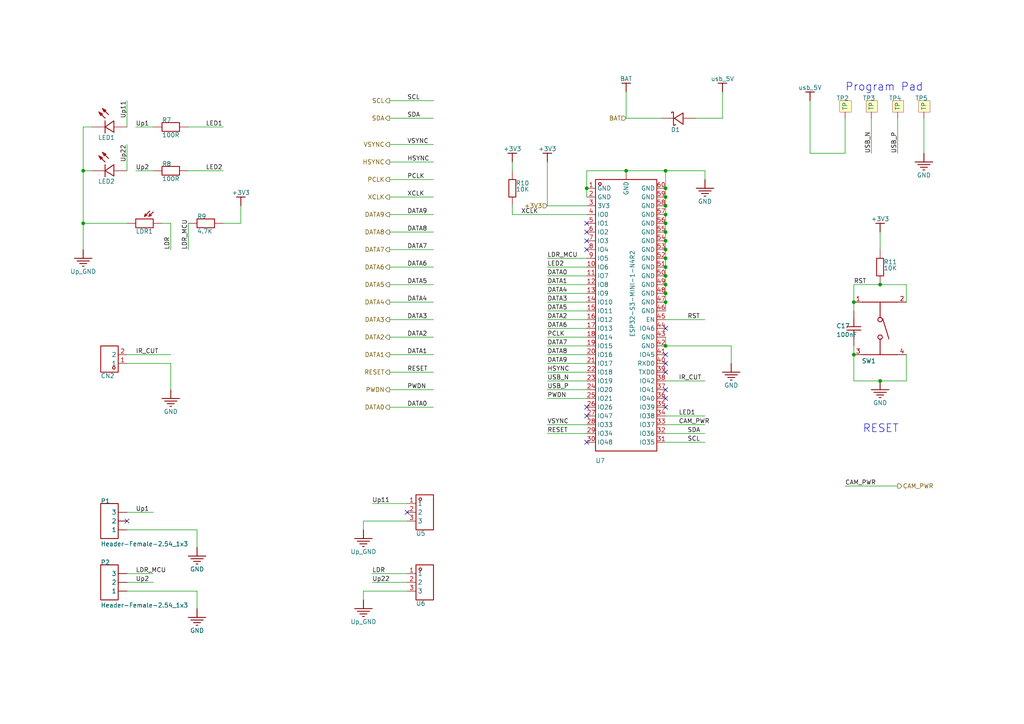
<source format=kicad_sch>
(kicad_sch (version 20231120) (generator "eeschema") (generator_version "8.0")
  (paper "A4")
  (lib_symbols
    (symbol "SoC-altium-import:+3V3_BAR" (power)
      (property "Reference" "#PWR" (at 0 0 0))
      (property "Value" "+3V3" (at 0 3.81 0))
      (symbol "+3V3_BAR_0_0"
        (pin power_in line (at 0 0 0) (length 0) hide (name "+3V3") (number ""))
      )
    )
    (symbol "SoC-altium-import:BAT_BAR" (power)
      (property "Reference" "#PWR" (at 0 0 0))
      (property "Value" "BAT" (at 0 3.81 0))
      (symbol "BAT_BAR_0_0"
        (pin power_in line (at 0 0 0) (length 0) hide (name "BAT") (number ""))
      )
    )
    (symbol "SoC-altium-import:GND_POWER_GROUND" (power)
      (property "Reference" "#PWR" (at 0 0 0))
      (property "Value" "GND" (at 0 6.35 0))
      (symbol "GND_POWER_GROUND_0_0"
        (pin power_in line (at 0 0 0) (length 0) hide (name "GND") (number ""))
      )
    )
    (symbol "SoC-altium-import:Up_GND_POWER_GROUND" (power)
      (property "Reference" "#PWR" (at 0 0 0))
      (property "Value" "Up_GND" (at 0 6.35 0))
      (symbol "Up_GND_POWER_GROUND_0_0"
        (pin power_in line (at 0 0 0) (length 0) hide (name "Up_GND") (number ""))
      )
    )
    (symbol "SoC-altium-import:root_0_100R 402"
      (symbol "root_0_100R 402_1_0"
        (pin passive line (at -5.08 0 0) (length 2.54) (name "1") (number "1"))
        (pin passive line (at 5.08 0 180) (length 2.54) (name "2") (number "2"))
      )
    )
    (symbol "SoC-altium-import:root_0_100nF SMD Ceramic 201"
      (symbol "root_0_100nF SMD Ceramic 201_1_0"
        (pin passive line (at 0 -5.08 90) (length 2.54) (name "1") (number "1"))
        (pin passive line (at 0 5.08 270) (length 2.54) (name "2") (number "2"))
      )
    )
    (symbol "SoC-altium-import:root_0_3P MH 2.54mm"
      (symbol "root_0_3P MH 2.54mm_1_0"
        (pin passive line (at -5.08 2.54 0) (length 2.54) (name "1") (number "1"))
        (pin passive line (at -5.08 0 0) (length 2.54) (name "2") (number "2"))
        (pin passive line (at -5.08 -2.54 0) (length 2.54) (name "3") (number "3"))
      )
    )
    (symbol "SoC-altium-import:root_0_ESP32-S3-MINI-1-N4R2"
      (symbol "root_0_ESP32-S3-MINI-1-N4R2_1_0"
        (pin passive line (at -11.43 35.56 0) (length 2.54) (name "GND") (number "1"))
        (pin passive line (at -11.43 12.7 0) (length 2.54) (name "IO6") (number "10"))
        (pin passive line (at -11.43 10.16 0) (length 2.54) (name "IO7") (number "11"))
        (pin passive line (at -11.43 7.62 0) (length 2.54) (name "IO8") (number "12"))
        (pin passive line (at -11.43 5.08 0) (length 2.54) (name "IO9") (number "13"))
        (pin passive line (at -11.43 2.54 0) (length 2.54) (name "IO10") (number "14"))
        (pin passive line (at -11.43 0 0) (length 2.54) (name "IO11") (number "15"))
        (pin passive line (at -11.43 -2.54 0) (length 2.54) (name "IO12") (number "16"))
        (pin passive line (at -11.43 -5.08 0) (length 2.54) (name "IO13") (number "17"))
        (pin passive line (at -11.43 -7.62 0) (length 2.54) (name "IO14") (number "18"))
        (pin passive line (at -11.43 -10.16 0) (length 2.54) (name "IO15") (number "19"))
        (pin passive line (at -11.43 33.02 0) (length 2.54) (name "GND") (number "2"))
        (pin passive line (at -11.43 -12.7 0) (length 2.54) (name "IO16") (number "20"))
        (pin passive line (at -11.43 -15.24 0) (length 2.54) (name "IO17") (number "21"))
        (pin passive line (at -11.43 -17.78 0) (length 2.54) (name "IO18") (number "22"))
        (pin passive line (at -11.43 -20.32 0) (length 2.54) (name "IO19") (number "23"))
        (pin passive line (at -11.43 -22.86 0) (length 2.54) (name "IO20") (number "24"))
        (pin passive line (at -11.43 -25.4 0) (length 2.54) (name "IO21") (number "25"))
        (pin passive line (at -11.43 -27.94 0) (length 2.54) (name "IO26") (number "26"))
        (pin passive line (at -11.43 -30.48 0) (length 2.54) (name "IO47") (number "27"))
        (pin passive line (at -11.43 -33.02 0) (length 2.54) (name "IO33") (number "28"))
        (pin passive line (at -11.43 -35.56 0) (length 2.54) (name "IO34") (number "29"))
        (pin passive line (at -11.43 30.48 0) (length 2.54) (name "3V3") (number "3"))
        (pin passive line (at -11.43 -38.1 0) (length 2.54) (name "IO48") (number "30"))
        (pin passive line (at 11.43 -38.1 180) (length 2.54) (name "IO35") (number "31"))
        (pin passive line (at 11.43 -35.56 180) (length 2.54) (name "IO36") (number "32"))
        (pin passive line (at 11.43 -33.02 180) (length 2.54) (name "IO37") (number "33"))
        (pin passive line (at 11.43 -30.48 180) (length 2.54) (name "IO38") (number "34"))
        (pin passive line (at 11.43 -27.94 180) (length 2.54) (name "IO39") (number "35"))
        (pin passive line (at 11.43 -25.4 180) (length 2.54) (name "IO40") (number "36"))
        (pin passive line (at 11.43 -22.86 180) (length 2.54) (name "IO41") (number "37"))
        (pin passive line (at 11.43 -20.32 180) (length 2.54) (name "IO42") (number "38"))
        (pin passive line (at 11.43 -17.78 180) (length 2.54) (name "TXD0") (number "39"))
        (pin passive line (at -11.43 27.94 0) (length 2.54) (name "IO0") (number "4"))
        (pin passive line (at 11.43 -15.24 180) (length 2.54) (name "RXD0") (number "40"))
        (pin passive line (at 11.43 -12.7 180) (length 2.54) (name "IO45") (number "41"))
        (pin passive line (at 11.43 -10.16 180) (length 2.54) (name "GND") (number "42"))
        (pin passive line (at 11.43 -7.62 180) (length 2.54) (name "GND") (number "43"))
        (pin passive line (at 11.43 -5.08 180) (length 2.54) (name "IO46") (number "44"))
        (pin passive line (at 11.43 -2.54 180) (length 2.54) (name "EN") (number "45"))
        (pin passive line (at 11.43 0 180) (length 2.54) (name "GND") (number "46"))
        (pin passive line (at 11.43 2.54 180) (length 2.54) (name "GND") (number "47"))
        (pin passive line (at 11.43 5.08 180) (length 2.54) (name "GND") (number "48"))
        (pin passive line (at 11.43 7.62 180) (length 2.54) (name "GND") (number "49"))
        (pin passive line (at -11.43 25.4 0) (length 2.54) (name "IO1") (number "5"))
        (pin passive line (at 11.43 10.16 180) (length 2.54) (name "GND") (number "50"))
        (pin passive line (at 11.43 12.7 180) (length 2.54) (name "GND") (number "51"))
        (pin passive line (at 11.43 15.24 180) (length 2.54) (name "GND") (number "52"))
        (pin passive line (at 11.43 17.78 180) (length 2.54) (name "GND") (number "53"))
        (pin passive line (at 11.43 20.32 180) (length 2.54) (name "GND") (number "54"))
        (pin passive line (at 11.43 22.86 180) (length 2.54) (name "GND") (number "55"))
        (pin passive line (at 11.43 25.4 180) (length 2.54) (name "GND") (number "56"))
        (pin passive line (at 11.43 27.94 180) (length 2.54) (name "GND") (number "57"))
        (pin passive line (at 11.43 30.48 180) (length 2.54) (name "GND") (number "58"))
        (pin passive line (at 11.43 33.02 180) (length 2.54) (name "GND") (number "59"))
        (pin passive line (at -11.43 22.86 0) (length 2.54) (name "IO2") (number "6"))
        (pin passive line (at 11.43 35.56 180) (length 2.54) (name "GND") (number "60"))
        (pin passive line (at -11.43 20.32 0) (length 2.54) (name "IO3") (number "7"))
        (pin passive line (at -11.43 17.78 0) (length 2.54) (name "IO4") (number "8"))
        (pin passive line (at -11.43 15.24 0) (length 2.54) (name "IO5") (number "9"))
        (pin passive line (at 0 40.64 270) (length 2.54) (name "GND") (number "GND"))
      )
    )
    (symbol "SoC-altium-import:root_0_LDR"
      (symbol "root_0_LDR_1_0"
        (pin passive line (at -5.08 0 0) (length 2.54) (name "1") (number "1"))
        (pin passive line (at 5.08 0 180) (length 2.54) (name "2") (number "2"))
      )
    )
    (symbol "SoC-altium-import:root_0_LED SMD"
      (symbol "root_0_LED SMD_1_0"
        (pin passive line (at -5.08 -2.54 0) (length 3.81) (name "C") (number "1"))
        (pin passive line (at 5.08 -2.54 180) (length 3.81) (name "A") (number "2"))
      )
    )
    (symbol "SoC-altium-import:root_0_Push Button 4P"
      (symbol "root_0_Push Button 4P_1_0"
        (pin passive line (at -8.89 8.89 0) (length 2.54) (name "1") (number "1"))
        (pin passive line (at 6.35 8.89 180) (length 2.54) (name "2") (number "2"))
        (pin passive line (at -8.89 -6.35 0) (length 2.54) (name "3") (number "3"))
        (pin passive line (at 6.35 -6.35 180) (length 2.54) (name "4") (number "4"))
      )
    )
    (symbol "SoC-altium-import:root_0_Schottky Diode"
      (symbol "root_0_Schottky Diode_1_0"
        (pin passive line (at -5.08 0 0) (length 3.81) (name "K") (number "1"))
        (pin passive line (at 5.08 0 180) (length 3.81) (name "A") (number "2"))
      )
    )
    (symbol "SoC-altium-import:root_0_TEST POINT"
      (symbol "root_0_TEST POINT_1_0"
        (pin passive line (at 2.54 -1.778 90) (length 1.778) (name "TP") (number "1"))
      )
    )
    (symbol "SoC-altium-import:root_1_10K SMD Ceramic 201"
      (symbol "root_1_10K SMD Ceramic 201_1_0"
        (pin passive line (at 0 -5.08 90) (length 2.54) (name "1") (number "1"))
        (pin passive line (at 0 5.08 270) (length 2.54) (name "2") (number "2"))
      )
    )
    (symbol "SoC-altium-import:root_2_2P Connector 1.5mm"
      (symbol "root_2_2P Connector 1.5mm_1_0"
        (pin passive line (at 5.08 -1.27 180) (length 2.54) (name "1") (number "1"))
        (pin passive line (at 5.08 1.27 180) (length 2.54) (name "2") (number "2"))
      )
    )
    (symbol "SoC-altium-import:root_2_4K7 SMD 201"
      (symbol "root_2_4K7 SMD 201_1_0"
        (pin passive line (at 5.08 0 180) (length 2.54) (name "1") (number "1"))
        (pin passive line (at -5.08 0 0) (length 2.54) (name "2") (number "2"))
      )
    )
    (symbol "SoC-altium-import:root_2_Header-Female-2.54_1x3"
      (symbol "root_2_Header-Female-2.54_1x3_1_0"
        (pin passive line (at 3.81 -2.54 180) (length 2.54) (name "1") (number "1"))
        (pin passive line (at 3.81 0 180) (length 2.54) (name "2") (number "2"))
        (pin passive line (at 3.81 2.54 180) (length 2.54) (name "3") (number "3"))
      )
    )
    (symbol "SoC-altium-import:usb_5V_BAR" (power)
      (property "Reference" "#PWR" (at 0 0 0))
      (property "Value" "usb_5V" (at 0 3.81 0))
      (symbol "usb_5V_BAR_0_0"
        (pin power_in line (at 0 0 0) (length 0) hide (name "usb_5V") (number ""))
      )
    )
  )
  (junction (at 193.04 59.69))
  (junction (at 193.04 69.85))
  (junction (at 24.13 64.77))
  (junction (at 193.04 77.47))
  (junction (at 181.61 49.53))
  (junction (at 193.04 54.61))
  (junction (at 193.04 57.15))
  (junction (at 255.27 82.55))
  (junction (at 193.04 87.63))
  (junction (at 193.04 74.93))
  (junction (at 193.04 49.53))
  (junction (at 193.04 72.39))
  (junction (at 24.13 49.53))
  (junction (at 255.27 110.49))
  (junction (at 193.04 80.01))
  (junction (at 193.04 85.09))
  (junction (at 193.04 82.55))
  (junction (at 193.04 100.33))
  (junction (at 170.18 54.61))
  (junction (at 193.04 64.77))
  (junction (at 193.04 67.31))
  (junction (at 193.04 62.23))
  (junction (at 247.65 102.87))
  (junction (at 247.65 87.63))
  (no_connect (at 170.18 118.11))
  (no_connect (at 118.11 148.59))
  (no_connect (at 193.04 105.41))
  (no_connect (at 170.18 72.39))
  (no_connect (at 193.04 95.25))
  (no_connect (at 193.04 115.57))
  (no_connect (at 170.18 69.85))
  (no_connect (at 193.04 107.95))
  (no_connect (at 170.18 128.27))
  (no_connect (at 193.04 113.03))
  (no_connect (at 36.83 151.13))
  (no_connect (at 170.18 64.77))
  (no_connect (at 193.04 118.11))
  (no_connect (at 170.18 67.31))
  (no_connect (at 193.04 102.87))
  (no_connect (at 170.18 120.65))
  (wire (pts (xy 193.04 72.39) (xy 193.04 69.85)))
  (wire (pts (xy 170.18 125.73) (xy 158.75 125.73)))
  (wire (pts (xy 193.04 49.53) (xy 204.47 49.53)))
  (wire (pts (xy 193.04 80.01) (xy 193.04 77.47)))
  (wire (pts (xy 247.65 110.49) (xy 255.27 110.49)))
  (wire (pts (xy 170.18 95.25) (xy 158.75 95.25)))
  (wire (pts (xy 170.18 107.95) (xy 158.75 107.95)))
  (wire (pts (xy 170.18 100.33) (xy 158.75 100.33)))
  (wire (pts (xy 113.03 102.87) (xy 125.73 102.87)))
  (wire (pts (xy 252.73 34.29) (xy 252.73 44.45)))
  (wire (pts (xy 212.09 100.33) (xy 212.09 105.41)))
  (wire (pts (xy 113.03 29.21) (xy 125.73 29.21)))
  (wire (pts (xy 107.95 168.91) (xy 118.11 168.91)))
  (wire (pts (xy 36.83 36.83) (xy 36.83 29.21)))
  (wire (pts (xy 36.83 64.77) (xy 24.13 64.77)))
  (wire (pts (xy 193.04 64.77) (xy 193.04 62.23)))
  (wire (pts (xy 36.83 166.37) (xy 44.45 166.37)))
  (wire (pts (xy 113.03 107.95) (xy 125.73 107.95)))
  (wire (pts (xy 105.41 151.13) (xy 105.41 153.67)))
  (wire (pts (xy 113.03 57.15) (xy 125.73 57.15)))
  (wire (pts (xy 36.83 168.91) (xy 44.45 168.91)))
  (wire (pts (xy 148.59 62.23) (xy 148.59 59.69)))
  (wire (pts (xy 170.18 80.01) (xy 158.75 80.01)))
  (wire (pts (xy 44.45 36.83) (xy 39.37 36.83)))
  (wire (pts (xy 49.53 64.77) (xy 49.53 72.39)))
  (wire (pts (xy 118.11 151.13) (xy 105.41 151.13)))
  (wire (pts (xy 170.18 105.41) (xy 158.75 105.41)))
  (wire (pts (xy 36.83 148.59) (xy 44.45 148.59)))
  (wire (pts (xy 113.03 77.47) (xy 125.73 77.47)))
  (wire (pts (xy 193.04 59.69) (xy 193.04 57.15)))
  (wire (pts (xy 148.59 49.53) (xy 148.59 46.99)))
  (wire (pts (xy 262.89 102.87) (xy 262.89 110.49)))
  (wire (pts (xy 170.18 77.47) (xy 158.75 77.47)))
  (wire (pts (xy 49.53 105.41) (xy 49.53 113.03)))
  (wire (pts (xy 113.03 87.63) (xy 125.73 87.63)))
  (wire (pts (xy 170.18 97.79) (xy 158.75 97.79)))
  (wire (pts (xy 36.83 102.87) (xy 49.53 102.87)))
  (wire (pts (xy 113.03 97.79) (xy 125.73 97.79)))
  (wire (pts (xy 105.41 171.45) (xy 105.41 173.99)))
  (wire (pts (xy 113.03 34.29) (xy 125.73 34.29)))
  (wire (pts (xy 170.18 62.23) (xy 148.59 62.23)))
  (wire (pts (xy 36.83 171.45) (xy 57.15 171.45)))
  (wire (pts (xy 170.18 110.49) (xy 158.75 110.49)))
  (wire (pts (xy 191.77 34.29) (xy 181.61 34.29)))
  (wire (pts (xy 204.47 49.53) (xy 204.47 52.07)))
  (wire (pts (xy 193.04 128.27) (xy 204.47 128.27)))
  (wire (pts (xy 193.04 90.17) (xy 193.04 87.63)))
  (wire (pts (xy 193.04 67.31) (xy 193.04 64.77)))
  (wire (pts (xy 247.65 82.55) (xy 247.65 87.63)))
  (wire (pts (xy 262.89 82.55) (xy 262.89 87.63)))
  (wire (pts (xy 262.89 110.49) (xy 255.27 110.49)))
  (wire (pts (xy 193.04 82.55) (xy 193.04 80.01)))
  (wire (pts (xy 113.03 72.39) (xy 125.73 72.39)))
  (wire (pts (xy 24.13 64.77) (xy 24.13 49.53)))
  (wire (pts (xy 170.18 113.03) (xy 158.75 113.03)))
  (wire (pts (xy 113.03 52.07) (xy 125.73 52.07)))
  (wire (pts (xy 170.18 59.69) (xy 158.75 59.69)))
  (wire (pts (xy 36.83 153.67) (xy 57.15 153.67)))
  (wire (pts (xy 113.03 82.55) (xy 125.73 82.55)))
  (wire (pts (xy 247.65 102.87) (xy 247.65 110.49)))
  (wire (pts (xy 118.11 171.45) (xy 105.41 171.45)))
  (wire (pts (xy 170.18 92.71) (xy 158.75 92.71)))
  (wire (pts (xy 267.97 34.29) (xy 267.97 44.45)))
  (wire (pts (xy 193.04 62.23) (xy 193.04 59.69)))
  (wire (pts (xy 113.03 41.91) (xy 125.73 41.91)))
  (wire (pts (xy 170.18 90.17) (xy 158.75 90.17)))
  (wire (pts (xy 170.18 82.55) (xy 158.75 82.55)))
  (wire (pts (xy 54.61 36.83) (xy 64.77 36.83)))
  (wire (pts (xy 247.65 87.63) (xy 247.65 90.17)))
  (wire (pts (xy 193.04 57.15) (xy 193.04 54.61)))
  (wire (pts (xy 181.61 49.53) (xy 193.04 49.53)))
  (wire (pts (xy 113.03 113.03) (xy 125.73 113.03)))
  (wire (pts (xy 260.35 140.97) (xy 245.11 140.97)))
  (wire (pts (xy 26.67 36.83) (xy 24.13 36.83)))
  (wire (pts (xy 113.03 118.11) (xy 125.73 118.11)))
  (wire (pts (xy 234.95 44.45) (xy 234.95 29.21)))
  (wire (pts (xy 193.04 87.63) (xy 193.04 85.09)))
  (wire (pts (xy 193.04 123.19) (xy 204.47 123.19)))
  (wire (pts (xy 255.27 72.39) (xy 255.27 67.31)))
  (wire (pts (xy 107.95 166.37) (xy 118.11 166.37)))
  (wire (pts (xy 255.27 82.55) (xy 262.89 82.55)))
  (wire (pts (xy 255.27 82.55) (xy 247.65 82.55)))
  (wire (pts (xy 158.75 59.69) (xy 158.75 46.99)))
  (wire (pts (xy 24.13 64.77) (xy 24.13 72.39)))
  (wire (pts (xy 107.95 146.05) (xy 118.11 146.05)))
  (wire (pts (xy 36.83 105.41) (xy 49.53 105.41)))
  (wire (pts (xy 64.77 64.77) (xy 69.85 64.77)))
  (wire (pts (xy 170.18 123.19) (xy 158.75 123.19)))
  (wire (pts (xy 170.18 85.09) (xy 158.75 85.09)))
  (wire (pts (xy 54.61 64.77) (xy 54.61 72.39)))
  (wire (pts (xy 193.04 69.85) (xy 193.04 67.31)))
  (wire (pts (xy 113.03 46.99) (xy 125.73 46.99)))
  (wire (pts (xy 36.83 49.53) (xy 36.83 41.91)))
  (wire (pts (xy 193.04 92.71) (xy 204.47 92.71)))
  (wire (pts (xy 181.61 34.29) (xy 181.61 26.67)))
  (wire (pts (xy 193.04 85.09) (xy 193.04 82.55)))
  (wire (pts (xy 24.13 36.83) (xy 24.13 49.53)))
  (wire (pts (xy 113.03 92.71) (xy 125.73 92.71)))
  (wire (pts (xy 193.04 100.33) (xy 212.09 100.33)))
  (wire (pts (xy 209.55 34.29) (xy 209.55 26.67)))
  (wire (pts (xy 193.04 49.53) (xy 193.04 54.61)))
  (wire (pts (xy 201.93 34.29) (xy 209.55 34.29)))
  (wire (pts (xy 57.15 153.67) (xy 57.15 158.75)))
  (wire (pts (xy 54.61 49.53) (xy 64.77 49.53)))
  (wire (pts (xy 193.04 74.93) (xy 193.04 72.39)))
  (wire (pts (xy 113.03 62.23) (xy 125.73 62.23)))
  (wire (pts (xy 193.04 100.33) (xy 193.04 97.79)))
  (wire (pts (xy 57.15 171.45) (xy 57.15 176.53)))
  (wire (pts (xy 170.18 87.63) (xy 158.75 87.63)))
  (wire (pts (xy 69.85 64.77) (xy 69.85 59.69)))
  (wire (pts (xy 260.35 34.29) (xy 260.35 44.45)))
  (wire (pts (xy 245.11 34.29) (xy 245.11 44.45)))
  (wire (pts (xy 193.04 77.47) (xy 193.04 74.93)))
  (wire (pts (xy 170.18 74.93) (xy 158.75 74.93)))
  (wire (pts (xy 193.04 125.73) (xy 204.47 125.73)))
  (wire (pts (xy 46.99 64.77) (xy 49.53 64.77)))
  (wire (pts (xy 39.37 49.53) (xy 44.45 49.53)))
  (wire (pts (xy 170.18 102.87) (xy 158.75 102.87)))
  (wire (pts (xy 170.18 115.57) (xy 158.75 115.57)))
  (wire (pts (xy 24.13 49.53) (xy 26.67 49.53)))
  (wire (pts (xy 247.65 100.33) (xy 247.65 102.87)))
  (wire (pts (xy 170.18 49.53) (xy 170.18 54.61)))
  (wire (pts (xy 170.18 57.15) (xy 170.18 54.61)))
  (wire (pts (xy 181.61 49.53) (xy 170.18 49.53)))
  (wire (pts (xy 193.04 120.65) (xy 204.47 120.65)))
  (wire (pts (xy 245.11 44.45) (xy 234.95 44.45)))
  (wire (pts (xy 193.04 110.49) (xy 204.47 110.49)))
  (wire (pts (xy 113.03 67.31) (xy 125.73 67.31)))
  (text "RESET" (at 250.19 125.73 0) (effects (font (size 2.286 2.286)) (justify left bottom)))
  (text "Program Pad" (at 245.11 26.67 0) (effects (font (size 2.286 2.286)) (justify left bottom)))
  (label "SCL" (at 118.11 29.21 0))
  (label "HSYNC" (at 118.11 46.99 0))
  (label "RESET" (at 118.11 107.95 0))
  (label "SDA" (at 118.11 34.29 0))
  (label "XCLK" (at 118.11 57.15 0))
  (label "LDR_MCU" (at 158.75 74.93 0))
  (label "PWDN" (at 118.11 113.03 0))
  (label "DATA2" (at 158.75 92.71 0))
  (label "Up2" (at 39.37 168.91 0))
  (label "DATA9" (at 118.11 62.23 0))
  (label "VSYNC" (at 158.75 123.19 0))
  (label "DATA3" (at 118.11 92.71 0))
  (label "DATA5" (at 118.11 82.55 0))
  (label "DATA4" (at 158.75 85.09 0))
  (label "DATA8" (at 158.75 102.87 0))
  (label "DATA4" (at 118.11 87.63 0))
  (label "XCLK" (at 151.13 62.23 0))
  (label "USB_N" (at 158.75 110.49 0))
  (label "DATA3" (at 158.75 87.63 0))
  (label "RST" (at 247.65 82.55 0))
  (label "VSYNC" (at 118.11 41.91 0))
  (label "Up22" (at 107.95 168.91 0))
  (label "DATA1" (at 118.11 102.87 0))
  (label "USB_P" (at 158.75 113.03 0))
  (label "USB_P" (at 260.35 44.45 90))
  (label "DATA7" (at 118.11 72.39 0))
  (label "DATA8" (at 118.11 67.31 0))
  (label "DATA6" (at 118.11 77.47 0))
  (label "HSYNC" (at 158.75 107.95 0))
  (label "PCLK" (at 158.75 97.79 0))
  (label "CAM_PWR" (at 196.85 123.19 0))
  (label "USB_N" (at 252.73 44.45 90))
  (label "DATA1" (at 158.75 82.55 0))
  (label "CAM_PWR" (at 245.11 140.97 0))
  (label "DATA7" (at 158.75 100.33 0))
  (label "Up1" (at 39.37 36.83 0))
  (label "IR_CUT" (at 196.85 110.49 0))
  (label "RST" (at 199.39 92.71 0))
  (label "DATA9" (at 158.75 105.41 0))
  (label "DATA6" (at 158.75 95.25 0))
  (label "LED1" (at 196.85 120.65 0))
  (label "LDR_MCU" (at 39.37 166.37 0))
  (label "Up11" (at 36.83 34.29 90))
  (label "Up2" (at 39.37 49.53 0))
  (label "LDR_MCU" (at 54.61 72.39 90))
  (label "DATA5" (at 158.75 90.17 0))
  (label "Up1" (at 39.37 148.59 0))
  (label "SDA" (at 199.39 125.73 0))
  (label "IR_CUT" (at 39.37 102.87 0))
  (label "SCL" (at 199.39 128.27 0))
  (label "DATA0" (at 118.11 118.11 0))
  (label "LED2" (at 158.75 77.47 0))
  (label "RESET" (at 158.75 125.73 0))
  (label "LED2" (at 59.69 49.53 0))
  (label "PCLK" (at 118.11 52.07 0))
  (label "PWDN" (at 158.75 115.57 0))
  (label "DATA2" (at 118.11 97.79 0))
  (label "Up11" (at 107.95 146.05 0))
  (label "LDR" (at 49.53 72.39 90))
  (label "LDR" (at 107.95 166.37 0))
  (label "DATA0" (at 158.75 80.01 0))
  (label "Up22" (at 36.83 46.99 90))
  (label "LED1" (at 59.69 36.83 0))
  (hierarchical_label "DATA9" (shape output) (at 113.03 62.23 180))
  (hierarchical_label "DATA5" (shape output) (at 113.03 82.55 180))
  (hierarchical_label "HSYNC" (shape output) (at 113.03 46.99 180))
  (hierarchical_label "DATA3" (shape output) (at 113.03 92.71 180))
  (hierarchical_label "RESET" (shape output) (at 113.03 107.95 180))
  (hierarchical_label "DATA7" (shape output) (at 113.03 72.39 180))
  (hierarchical_label "PWDN" (shape output) (at 113.03 113.03 180))
  (hierarchical_label "DATA6" (shape output) (at 113.03 77.47 180))
  (hierarchical_label "PCLK" (shape output) (at 113.03 52.07 180))
  (hierarchical_label "DATA1" (shape output) (at 113.03 102.87 180))
  (hierarchical_label "DATA2" (shape output) (at 113.03 97.79 180))
  (hierarchical_label "SCL" (shape output) (at 113.03 29.21 180))
  (hierarchical_label "BAT" (shape input) (at 181.61 34.29 180))
  (hierarchical_label "DATA0" (shape output) (at 113.03 118.11 180))
  (hierarchical_label "CAM_PWR" (shape output) (at 260.35 140.97 0))
  (hierarchical_label "SDA" (shape output) (at 113.03 34.29 180))
  (hierarchical_label "DATA8" (shape output) (at 113.03 67.31 180))
  (hierarchical_label "XCLK" (shape output) (at 113.03 57.15 180))
  (hierarchical_label "VSYNC" (shape output) (at 113.03 41.91 180))
  (hierarchical_label "DATA4" (shape output) (at 113.03 87.63 180))
  (hierarchical_label "+3V3" (shape input) (at 158.75 59.69 180))
  (symbol (lib_id "SoC-altium-import:BAT_BAR") (at 181.61 26.67 180) (unit 1)
    (property "Reference" "#PWR048" (effects (hide yes)))
    (property "Value" "BAT" (at 181.61 22.86 0))
  )
  (symbol (lib_id "SoC-altium-import:usb_5V_BAR") (at 234.95 29.21 180) (unit 1)
    (property "Reference" "#PWR052" (effects (hide yes)))
    (property "Value" "usb_5V" (at 234.95 25.4 0))
  )
  (symbol (lib_id "SoC-altium-import:root_0_LDR") (at 41.91 64.77 0) (unit 1)
    (property "Reference" "LDR1" (at 39.37 67.818 0) (effects (justify left bottom)))
    (property "Value" "${MANUFACTURER PART}" (effects (hide yes)))
    (property "Footprint" "LDR" (effects (hide yes)))
    (property "Description" "SMD,2.4x3.6mm Photoresistors ROHS" (effects (hide yes)))
    (property "SYMBOL" "GT36528" (effects (hide yes)))
    (property "DEVICE" "GT36528" (effects (hide yes)))
    (property "LCSC PART NAME" "GT36528" (effects (hide yes)))
    (property "SUPPLIER PART" "C2904881" (effects (hide yes)))
    (property "MANUFACTURER" "JCHL(晶创和立)" (effects (hide yes)))
    (property "MANUFACTURER PART" "GT36528" (effects (hide yes)))
    (property "SUPPLIER FOOTPRINT" "SMD,2.4x3.6mm" (effects (hide yes)))
    (property "JLCPCB PART CLASS" "Extended Part" (effects (hide yes)))
    (property "DATASHEET" "https://atta.szlcsc.com/upload/public/pdf/source/20211014/6AB64DE2EFA295B23F73ED070F69DE44.pdf" (effects (hide yes)))
    (property "SUPPLIER" "LCSC" (effects (hide yes)))
    (property "ADD INTO BOM" "yes" (effects (hide yes)))
    (property "CONVERT TO PCB" "yes" (effects (hide yes)))
  )
  (symbol (lib_id "SoC-altium-import:root_0_TEST POINT") (at 242.57 32.512 0) (unit 1)
    (property "Reference" "TP2" (at 242.57 29.21 0) (effects (justify left bottom)))
    (property "Value" "TEST POINT" (effects (hide yes)))
    (property "Footprint" "TESTPOINT" (effects (hide yes)))
  )
  (symbol (lib_id "SoC-altium-import:usb_5V_BAR") (at 209.55 26.67 180) (unit 1)
    (property "Reference" "#PWR050" (effects (hide yes)))
    (property "Value" "usb_5V" (at 209.55 22.86 0))
  )
  (symbol (lib_id "SoC-altium-import:root_0_3P MH 2.54mm") (at 123.19 148.59 0) (unit 1)
    (property "Reference" "U5" (at 120.65 155.448 0) (effects (justify left bottom)))
    (property "Value" "${MANUFACTURER PART}" (effects (hide yes)))
    (property "Footprint" "3P MH 2.54mm" (effects (hide yes)))
    (property "SYMBOL" "HB-PH3-25413PB2GOP" (effects (hide yes)))
    (property "DEVICE" "HB-PH3-25413PB2GOP" (effects (hide yes)))
    (property "LCSC PART NAME" "间距:2.54mm 1x3P 直插 方针" (effects (hide yes)))
    (property "SUPPLIER PART" "C6332196" (effects (hide yes)))
    (property "MANUFACTURER" "HANBO(汉博)" (effects (hide yes)))
    (property "MANUFACTURER PART" "HB-PH3-25413PB2GOP" (effects (hide yes)))
    (property "SUPPLIER FOOTPRINT" "插件,P=2.54mm" (effects (hide yes)))
    (property "JLCPCB PART CLASS" "Extended Part" (effects (hide yes)))
    (property "DATASHEET" "https://atta.szlcsc.com/upload/public/pdf/source/20230803/F72D259687963761DF1B552F3BB84A31.pdf" (effects (hide yes)))
    (property "SUPPLIER" "LCSC" (effects (hide yes)))
    (property "ADD INTO BOM" "yes" (effects (hide yes)))
    (property "CONVERT TO PCB" "yes" (effects (hide yes)))
    (property "PIN STRUCTURE" "1x3P" (effects (hide yes)))
    (property "PITCH" "2.54mm" (effects (hide yes)))
    (property "ROW SPACING" "2.54mm" (effects (hide yes)))
    (property "CIRCLUAR PINS/SQUARE PINS" "Square Pins" (effects (hide yes)))
    (property "MOUNTING TYPE" "Straight" (effects (hide yes)))
    (property "NUMBER OF ROWS" "Plugin" (effects (hide yes)))
    (property "NUMBER OF PINS" "3P" (effects (hide yes)))
    (property "CURRENT RATING (MAX)" "3A" (effects (hide yes)))
    (property "VOLTAGE RATING (MAX)" "250V" (effects (hide yes)))
    (property "LENGTH OF MATING PIN" "6mm" (effects (hide yes)))
    (property "INSULATION HEIGHT" "2.54mm" (effects (hide yes)))
    (property "LENGTH OF END CONNECTION PIN" "3mm" (effects (hide yes)))
    (property "CONTACT PLATING" "Gold" (effects (hide yes)))
    (property "OPERATING TEMPERATURE RANGE" "-40℃~+105℃" (effects (hide yes)))
    (property "SOLDERING TEMPERATURE(MAX)" "260℃" (effects (hide yes)))
    (property "COLOR" "Black" (effects (hide yes)))
  )
  (symbol (lib_id "SoC-altium-import:root_0_3P MH 2.54mm") (at 123.19 168.91 0) (unit 1)
    (property "Reference" "U6" (at 120.65 175.768 0) (effects (justify left bottom)))
    (property "Value" "${MANUFACTURER PART}" (effects (hide yes)))
    (property "Footprint" "3P MH 2.54mm" (effects (hide yes)))
    (property "SYMBOL" "HB-PH3-25413PB2GOP" (effects (hide yes)))
    (property "DEVICE" "HB-PH3-25413PB2GOP" (effects (hide yes)))
    (property "LCSC PART NAME" "间距:2.54mm 1x3P 直插 方针" (effects (hide yes)))
    (property "SUPPLIER PART" "C6332196" (effects (hide yes)))
    (property "MANUFACTURER" "HANBO(汉博)" (effects (hide yes)))
    (property "MANUFACTURER PART" "HB-PH3-25413PB2GOP" (effects (hide yes)))
    (property "SUPPLIER FOOTPRINT" "插件,P=2.54mm" (effects (hide yes)))
    (property "JLCPCB PART CLASS" "Extended Part" (effects (hide yes)))
    (property "DATASHEET" "https://atta.szlcsc.com/upload/public/pdf/source/20230803/F72D259687963761DF1B552F3BB84A31.pdf" (effects (hide yes)))
    (property "SUPPLIER" "LCSC" (effects (hide yes)))
    (property "ADD INTO BOM" "yes" (effects (hide yes)))
    (property "CONVERT TO PCB" "yes" (effects (hide yes)))
    (property "PIN STRUCTURE" "1x3P" (effects (hide yes)))
    (property "PITCH" "2.54mm" (effects (hide yes)))
    (property "ROW SPACING" "2.54mm" (effects (hide yes)))
    (property "CIRCLUAR PINS/SQUARE PINS" "Square Pins" (effects (hide yes)))
    (property "MOUNTING TYPE" "Straight" (effects (hide yes)))
    (property "NUMBER OF ROWS" "Plugin" (effects (hide yes)))
    (property "NUMBER OF PINS" "3P" (effects (hide yes)))
    (property "CURRENT RATING (MAX)" "3A" (effects (hide yes)))
    (property "VOLTAGE RATING (MAX)" "250V" (effects (hide yes)))
    (property "LENGTH OF MATING PIN" "6mm" (effects (hide yes)))
    (property "INSULATION HEIGHT" "2.54mm" (effects (hide yes)))
    (property "LENGTH OF END CONNECTION PIN" "3mm" (effects (hide yes)))
    (property "CONTACT PLATING" "Gold" (effects (hide yes)))
    (property "OPERATING TEMPERATURE RANGE" "-40℃~+105℃" (effects (hide yes)))
    (property "SOLDERING TEMPERATURE(MAX)" "260℃" (effects (hide yes)))
    (property "COLOR" "Black" (effects (hide yes)))
  )
  (symbol (lib_id "SoC-altium-import:GND_POWER_GROUND") (at 267.97 44.45 0) (unit 1)
    (property "Reference" "#PWR055" (effects (hide yes)))
    (property "Value" "GND" (at 267.97 50.8 0))
  )
  (symbol (lib_id "SoC-altium-import:Up_GND_POWER_GROUND") (at 24.13 72.39 0) (unit 1)
    (property "Reference" "#PWR039" (effects (hide yes)))
    (property "Value" "Up_GND" (at 24.13 78.74 0))
  )
  (symbol (lib_id "SoC-altium-import:GND_POWER_GROUND") (at 212.09 105.41 0) (unit 1)
    (property "Reference" "#PWR051" (effects (hide yes)))
    (property "Value" "GND" (at 212.09 111.76 0))
  )
  (symbol (lib_id "SoC-altium-import:root_0_100R 402") (at 49.53 49.53 0) (unit 1)
    (property "Reference" "R8" (at 46.99 48.26 0) (effects (justify left bottom)))
    (property "Value" "100R" (at 46.99 52.578 0) (effects (justify left bottom)))
    (property "Footprint" "100R 402" (effects (hide yes)))
    (property "Description" "100mW Thick Film Resistors ±100ppm/℃ ±1% 100Ω 0402 Chip Resistor - Surface Mount ROHS" (effects (hide yes)))
    (property "SYMBOL" "ERJ2RKF1000X" (effects (hide yes)))
    (property "DEVICE" "ERJ2RKF1000X" (effects (hide yes)))
    (property "LCSC PART NAME" "100Ω ±1% 100mW 厚膜电阻" (effects (hide yes)))
    (property "SUPPLIER PART" "C413063" (effects (hide yes)))
    (property "MANUFACTURER" "PANASONIC(松下)" (effects (hide yes)))
    (property "MANUFACTURER PART" "ERJ2RKF1000X" (effects (hide yes)))
    (property "SUPPLIER FOOTPRINT" "0402" (effects (hide yes)))
    (property "JLCPCB PART CLASS" "Extended Part" (effects (hide yes)))
    (property "DATASHEET" "https://atta.szlcsc.com/upload/public/pdf/source/20190820/C413063_95D61CC78C57CA6EC5636452389D6E3B.pdf" (effects (hide yes)))
    (property "SUPPLIER" "LCSC" (effects (hide yes)))
    (property "ADD INTO BOM" "yes" (effects (hide yes)))
    (property "CONVERT TO PCB" "yes" (effects (hide yes)))
    (property "TYPE" "Thick Film Resistors" (effects (hide yes)))
    (property "ALTIUM_VALUE" "100Ω" (effects (hide yes)))
    (property "TOLERANCE" "±1%" (effects (hide yes)))
    (property "OVERLOAD VOLTAGE (MAX)" "-" (effects (hide yes)))
    (property "TEMPERATURE COEFFICIENT" "±100ppm/℃" (effects (hide yes)))
    (property "OPERATING TEMPERATURE RANGE" "-55℃~+155℃" (effects (hide yes)))
  )
  (symbol (lib_id "SoC-altium-import:Up_GND_POWER_GROUND") (at 105.41 173.99 0) (unit 1)
    (property "Reference" "#PWR045" (effects (hide yes)))
    (property "Value" "Up_GND" (at 105.41 180.34 0))
  )
  (symbol (lib_id "SoC-altium-import:root_0_ESP32-S3-MINI-1-N4R2") (at 181.61 90.17 0) (unit 1)
    (property "Reference" "U7" (at 172.72 134.366 0) (effects (justify left bottom)))
    (property "Value" "ESP32-S3-MINI-1-N4R2" (at 184.15 97.79 90) (effects (justify left bottom)))
    (property "Footprint" "RF_Module:ESP32-S2-MINI-1" (effects (hide yes)))
    (property "SYMBOL" "ESP32-S3-MINI-1-N4R2" (effects (hide yes)))
    (property "DEVICE" "ESP32-S3-MINI-1-N4R2" (effects (hide yes)))
    (property "LCSC PART NAME" "ESP32-S3-MINI-1-N4R2" (effects (hide yes)))
    (property "SUPPLIER PART" "C3013941" (effects (hide yes)))
    (property "MANUFACTURER" "ESPRESSIF(乐鑫)" (effects (hide yes)))
    (property "MANUFACTURER PART" "ESP32-S3-MINI-1-N4R2" (effects (hide yes)))
    (property "SUPPLIER FOOTPRINT" "SMD" (effects (hide yes)))
    (property "JLCPCB PART CLASS" "Extended Part" (effects (hide yes)))
    (property "SUPPLIER" "LCSC" (effects (hide yes)))
    (property "ADD INTO BOM" "yes" (effects (hide yes)))
    (property "CONVERT TO PCB" "yes" (effects (hide yes)))
    (property "ANTENNA TYPE" "板载PCBAntenna" (effects (hide yes)))
  )
  (symbol (lib_id "SoC-altium-import:root_2_Header-Female-2.54_1x3") (at 33.02 168.91 0) (unit 1)
    (property "Reference" "P2" (at 29.21 163.83 0) (effects (justify left bottom)))
    (property "Value" "Header-Female-2.54_1x3" (at 29.21 176.276 0) (effects (justify left bottom)))
    (property "Footprint" "3P FH 2.54mm" (effects (hide yes)))
    (property "SUPPLIER PART" "C146243" (effects (hide yes)))
    (property "SUPPLIER" "LCSC" (effects (hide yes)))
    (property "MANUFACTURER" "BOOMELE(博穆精密)" (effects (hide yes)))
    (property "MANUFACTURER PART" "2.54-1*3P母" (effects (hide yes)))
    (property "JLCPCB PART CLASS" "Extended Part" (effects (hide yes)))
    (property "SPICEPRE" "P" (effects (hide yes)))
    (property "SPICESYMBOLNAME" "Header-Female-2.54_1x3" (effects (hide yes)))
  )
  (symbol (lib_id "SoC-altium-import:GND_POWER_GROUND") (at 204.47 52.07 0) (unit 1)
    (property "Reference" "#PWR049" (effects (hide yes)))
    (property "Value" "GND" (at 204.47 58.42 0))
  )
  (symbol (lib_id "SoC-altium-import:root_0_TEST POINT") (at 257.81 32.512 0) (unit 1)
    (property "Reference" "TP4" (at 257.81 29.21 0) (effects (justify left bottom)))
    (property "Value" "TEST POINT" (effects (hide yes)))
    (property "Footprint" "TESTPOINT" (effects (hide yes)))
  )
  (symbol (lib_id "SoC-altium-import:root_0_TEST POINT") (at 250.19 32.512 0) (unit 1)
    (property "Reference" "TP3" (at 250.19 29.21 0) (effects (justify left bottom)))
    (property "Value" "TEST POINT" (effects (hide yes)))
    (property "Footprint" "TESTPOINT" (effects (hide yes)))
  )
  (symbol (lib_id "SoC-altium-import:root_1_10K SMD Ceramic 201") (at 255.27 77.47 0) (unit 1)
    (property "Reference" "R11" (at 256.286 76.708 0) (effects (justify left bottom)))
    (property "Value" "10K" (at 256.286 78.486 0) (effects (justify left bottom)))
    (property "Footprint" "10K SMD Ceramic 201" (effects (hide yes)))
    (property "Description" "50mW Thick Film Resistors 25V ±1% ±200ppm/℃ 10kΩ 0201 Chip Resistor - Surface Mount ROHS" (effects (hide yes)))
    (property "SYMBOL" "AF0201FR-0710KL" (effects (hide yes)))
    (property "DEVICE" "AF0201FR-0710KL" (effects (hide yes)))
    (property "LCSC PART NAME" "厚膜电阻 10kΩ ±1% 50mW" (effects (hide yes)))
    (property "SUPPLIER PART" "C143978" (effects (hide yes)))
    (property "MANUFACTURER" "YAGEO(国巨)" (effects (hide yes)))
    (property "MANUFACTURER PART" "AF0201FR-0710KL" (effects (hide yes)))
    (property "SUPPLIER FOOTPRINT" "0201" (effects (hide yes)))
    (property "JLCPCB PART CLASS" "Extended Part" (effects (hide yes)))
    (property "DATASHEET" "https://atta.szlcsc.com/upload/public/pdf/source/20180927/C229861_4ABDC471507C1ED6AFB4BA66AFC8620A.pdf" (effects (hide yes)))
    (property "SUPPLIER" "LCSC" (effects (hide yes)))
    (property "ADD INTO BOM" "yes" (effects (hide yes)))
    (property "CONVERT TO PCB" "yes" (effects (hide yes)))
    (property "TYPE" "Thick Film Resistors" (effects (hide yes)))
    (property "ALTIUM_VALUE" "10kΩ" (effects (hide yes)))
    (property "TOLERANCE" "±1%" (effects (hide yes)))
    (property "TEMPERATURE COEFFICIENT" "±200ppm/℃" (effects (hide yes)))
    (property "OPERATING TEMPERATURE RANGE" "-55℃~+125℃" (effects (hide yes)))
  )
  (symbol (lib_id "SoC-altium-import:GND_POWER_GROUND") (at 57.15 158.75 0) (unit 1)
    (property "Reference" "#PWR041" (effects (hide yes)))
    (property "Value" "GND" (at 57.15 165.1 0))
  )
  (symbol (lib_id "SoC-altium-import:root_0_Push Button 4P") (at 256.54 96.52 0) (unit 1)
    (property "Reference" "SW1" (at 249.936 105.41 0) (effects (justify left bottom)))
    (property "Value" "${MANUFACTURER PART}" (effects (hide yes)))
    (property "Footprint" "Push Button 4P" (effects (hide yes)))
    (property "Description" "6mm 5.5mm Round Button 25mA Direct Insert 6mm SPST 100000 Times 1.6N 24V Plugin Tactile Switches ROHS" (effects (hide yes)))
    (property "SYMBOL" "TS-1102-5516" (effects (hide yes)))
    (property "DEVICE" "TS-1102-5516" (effects (hide yes)))
    (property "LCSC PART NAME" "6*6*5.5mm 直插 轻触开关" (effects (hide yes)))
    (property "SUPPLIER PART" "C183624" (effects (hide yes)))
    (property "MANUFACTURER" "SOFNG(硕方)" (effects (hide yes)))
    (property "MANUFACTURER PART" "TS-1102-5516" (effects (hide yes)))
    (property "SUPPLIER FOOTPRINT" "插件" (effects (hide yes)))
    (property "JLCPCB PART CLASS" "Extended Part" (effects (hide yes)))
    (property "DATASHEET" "https://atta.szlcsc.com/upload/public/pdf/source/20200911/C111374_C70AFD1A656F1EADE52E4A6E5D3FC819.pdf" (effects (hide yes)))
    (property "SUPPLIER" "LCSC" (effects (hide yes)))
    (property "ADD INTO BOM" "yes" (effects (hide yes)))
    (property "CONVERT TO PCB" "yes" (effects (hide yes)))
    (property "CIRCUIT" "SPST" (effects (hide yes)))
    (property "ACTUATOR STYLE" "Round Button" (effects (hide yes)))
    (property "OPERATING FORCE" "1.6N" (effects (hide yes)))
    (property "MOUNTING STYLE" "Straight" (effects (hide yes)))
    (property "SWITCH LENGTH" "6mm" (effects (hide yes)))
    (property "SWITCH WIDTH" "6mm" (effects (hide yes)))
    (property "SWITCH HEIGHT" "5.5mm" (effects (hide yes)))
    (property "CONTACT CURRENT" "25mA" (effects (hide yes)))
    (property "VOLTAGE RATING (DC)" "24V" (effects (hide yes)))
    (property "ACTUATOR/CAP COLOR" "Black" (effects (hide yes)))
    (property "WITH LAMP" "-" (effects (hide yes)))
    (property "MECHANICAL LIFE" "100000次" (effects (hide yes)))
    (property "OPERATING TEMPERATURE" "-40℃~+85℃" (effects (hide yes)))
  )
  (symbol (lib_id "SoC-altium-import:+3V3_BAR") (at 255.27 67.31 180) (unit 1)
    (property "Reference" "#PWR053" (effects (hide yes)))
    (property "Value" "+3V3" (at 255.27 63.5 0))
  )
  (symbol (lib_id "SoC-altium-import:root_0_Schottky Diode") (at 196.85 34.29 0) (unit 1)
    (property "Reference" "D1" (at 194.564 38.354 0) (effects (justify left bottom)))
    (property "Value" "${MANUFACTURER PART}" (effects (hide yes)))
    (property "Footprint" "Schottky Diode" (effects (hide yes)))
    (property "Description" "20V 300mV@1A 1A SOD-123FL Schottky Diodes ROHS" (effects (hide yes)))
    (property "SYMBOL" "MBR120VLSFT1G" (effects (hide yes)))
    (property "DEVICE" "MBR120VLSFT1G" (effects (hide yes)))
    (property "LCSC PART NAME" "电压:20V 电流:1A" (effects (hide yes)))
    (property "SUPPLIER PART" "C223608" (effects (hide yes)))
    (property "MANUFACTURER" "onsemi(安森美)" (effects (hide yes)))
    (property "MANUFACTURER PART" "MBR120VLSFT1G" (effects (hide yes)))
    (property "SUPPLIER FOOTPRINT" "SOD-123FL" (effects (hide yes)))
    (property "JLCPCB PART CLASS" "Extended Part" (effects (hide yes)))
    (property "DATASHEET" "https://atta.szlcsc.com/upload/public/pdf/source/20221020/29D26ECD33A75D76A8E47ED9553F3BCF.pdf" (effects (hide yes)))
    (property "SUPPLIER" "LCSC" (effects (hide yes)))
    (property "ADD INTO BOM" "yes" (effects (hide yes)))
    (property "CONVERT TO PCB" "yes" (effects (hide yes)))
    (property "FORWARD VOLTAGE (VF@IF)" "300mV@1A" (effects (hide yes)))
    (property "REVERSE VOLTAGE (VR)" "20V" (effects (hide yes)))
    (property "AVERAGE RECTIFIED CURRENT (IO)" "1A" (effects (hide yes)))
    (property "REVERSE LEAKAGE CURRENT (IR)" "600uA@20V" (effects (hide yes)))
  )
  (symbol (lib_id "SoC-altium-import:root_0_LED SMD") (at 31.75 46.99 0) (unit 1)
    (property "Reference" "LED2" (at 28.448 53.34 0) (effects (justify left bottom)))
    (property "Value" "${MANUFACTURER PART}" (effects (hide yes)))
    (property "Footprint" "LED SMD" (effects (hide yes)))
    (property "SYMBOL" "XYC-IRC18C-24" (effects (hide yes)))
    (property "DEVICE" "XYC-IRC18C-24" (effects (hide yes)))
    (property "LCSC PART NAME" "XYC-IRC18C-24" (effects (hide yes)))
    (property "SUPPLIER PART" "C2988733" (effects (hide yes)))
    (property "MANUFACTURER" "NEWOPTO(鑫永诚光电)" (effects (hide yes)))
    (property "MANUFACTURER PART" "XYC-IRC18C-24" (effects (hide yes)))
    (property "SUPPLIER FOOTPRINT" "SMD3030" (effects (hide yes)))
    (property "JLCPCB PART CLASS" "Extended Part" (effects (hide yes)))
    (property "DATASHEET" "https://atta.szlcsc.com/upload/public/pdf/source/20220415/AF6ACF3234B7CCBAD1FA94129DBDDB73.pdf" (effects (hide yes)))
    (property "SUPPLIER" "LCSC" (effects (hide yes)))
    (property "ADD INTO BOM" "yes" (effects (hide yes)))
    (property "CONVERT TO PCB" "yes" (effects (hide yes)))
    (property "VF - FORWARD VOLTAGE" "1.4V~1.8V" (effects (hide yes)))
    (property "POWER DISSIPATION" "900mW" (effects (hide yes)))
    (property "WAVELENGTH" "940nm" (effects (hide yes)))
    (property "CURRENT - DC FORWARD (IF)" "500mA" (effects (hide yes)))
    (property "REVERSE VOLTAGE" "5V" (effects (hide yes)))
    (property "VIEW ANGLE" "120°" (effects (hide yes)))
    (property "OPERATING TEMPERATURE" "-40℃~+85℃" (effects (hide yes)))
  )
  (symbol (lib_id "SoC-altium-import:root_0_LED SMD") (at 31.75 34.29 0) (unit 1)
    (property "Reference" "LED1" (at 28.448 40.64 0) (effects (justify left bottom)))
    (property "Value" "${MANUFACTURER PART}" (effects (hide yes)))
    (property "Footprint" "LED SMD" (effects (hide yes)))
    (property "SYMBOL" "XYC-IRC18C-24" (effects (hide yes)))
    (property "DEVICE" "XYC-IRC18C-24" (effects (hide yes)))
    (property "LCSC PART NAME" "XYC-IRC18C-24" (effects (hide yes)))
    (property "SUPPLIER PART" "C2988733" (effects (hide yes)))
    (property "MANUFACTURER" "NEWOPTO(鑫永诚光电)" (effects (hide yes)))
    (property "MANUFACTURER PART" "XYC-IRC18C-24" (effects (hide yes)))
    (property "SUPPLIER FOOTPRINT" "SMD3030" (effects (hide yes)))
    (property "JLCPCB PART CLASS" "Extended Part" (effects (hide yes)))
    (property "DATASHEET" "https://atta.szlcsc.com/upload/public/pdf/source/20220415/AF6ACF3234B7CCBAD1FA94129DBDDB73.pdf" (effects (hide yes)))
    (property "SUPPLIER" "LCSC" (effects (hide yes)))
    (property "ADD INTO BOM" "yes" (effects (hide yes)))
    (property "CONVERT TO PCB" "yes" (effects (hide yes)))
    (property "VF - FORWARD VOLTAGE" "1.4V~1.8V" (effects (hide yes)))
    (property "POWER DISSIPATION" "900mW" (effects (hide yes)))
    (property "WAVELENGTH" "940nm" (effects (hide yes)))
    (property "CURRENT - DC FORWARD (IF)" "500mA" (effects (hide yes)))
    (property "REVERSE VOLTAGE" "5V" (effects (hide yes)))
    (property "VIEW ANGLE" "120°" (effects (hide yes)))
    (property "OPERATING TEMPERATURE" "-40℃~+85℃" (effects (hide yes)))
  )
  (symbol (lib_id "SoC-altium-import:root_1_10K SMD Ceramic 201") (at 148.59 54.61 0) (unit 1)
    (property "Reference" "R10" (at 149.606 53.848 0) (effects (justify left bottom)))
    (property "Value" "10K" (at 149.606 55.626 0) (effects (justify left bottom)))
    (property "Footprint" "10K SMD Ceramic 201" (effects (hide yes)))
    (property "Description" "50mW Thick Film Resistors 25V ±1% ±200ppm/℃ 10kΩ 0201 Chip Resistor - Surface Mount ROHS" (effects (hide yes)))
    (property "SYMBOL" "AF0201FR-0710KL" (effects (hide yes)))
    (property "DEVICE" "AF0201FR-0710KL" (effects (hide yes)))
    (property "LCSC PART NAME" "厚膜电阻 10kΩ ±1% 50mW" (effects (hide yes)))
    (property "SUPPLIER PART" "C143978" (effects (hide yes)))
    (property "MANUFACTURER" "YAGEO(国巨)" (effects (hide yes)))
    (property "MANUFACTURER PART" "AF0201FR-0710KL" (effects (hide yes)))
    (property "SUPPLIER FOOTPRINT" "0201" (effects (hide yes)))
    (property "JLCPCB PART CLASS" "Extended Part" (effects (hide yes)))
    (property "DATASHEET" "https://atta.szlcsc.com/upload/public/pdf/source/20180927/C229861_4ABDC471507C1ED6AFB4BA66AFC8620A.pdf" (effects (hide yes)))
    (property "SUPPLIER" "LCSC" (effects (hide yes)))
    (property "ADD INTO BOM" "yes" (effects (hide yes)))
    (property "CONVERT TO PCB" "yes" (effects (hide yes)))
    (property "TYPE" "Thick Film Resistors" (effects (hide yes)))
    (property "ALTIUM_VALUE" "10kΩ" (effects (hide yes)))
    (property "TOLERANCE" "±1%" (effects (hide yes)))
    (property "TEMPERATURE COEFFICIENT" "±200ppm/℃" (effects (hide yes)))
    (property "OPERATING TEMPERATURE RANGE" "-55℃~+125℃" (effects (hide yes)))
  )
  (symbol (lib_id "SoC-altium-import:root_0_TEST POINT") (at 265.43 32.512 0) (unit 1)
    (property "Reference" "TP5" (at 265.43 29.21 0) (effects (justify left bottom)))
    (property "Value" "TEST POINT" (effects (hide yes)))
    (property "Footprint" "TESTPOINT" (effects (hide yes)))
  )
  (symbol (lib_id "SoC-altium-import:+3V3_BAR") (at 69.85 59.69 180) (unit 1)
    (property "Reference" "#PWR043" (effects (hide yes)))
    (property "Value" "+3V3" (at 69.85 55.88 0))
  )
  (symbol (lib_id "SoC-altium-import:Up_GND_POWER_GROUND") (at 105.41 153.67 0) (unit 1)
    (property "Reference" "#PWR044" (effects (hide yes)))
    (property "Value" "Up_GND" (at 105.41 160.02 0))
  )
  (symbol (lib_id "SoC-altium-import:+3V3_BAR") (at 148.59 46.99 180) (unit 1)
    (property "Reference" "#PWR046" (effects (hide yes)))
    (property "Value" "+3V3" (at 148.59 43.18 0))
  )
  (symbol (lib_id "SoC-altium-import:root_2_Header-Female-2.54_1x3") (at 33.02 151.13 0) (unit 1)
    (property "Reference" "P1" (at 29.21 146.05 0) (effects (justify left bottom)))
    (property "Value" "Header-Female-2.54_1x3" (at 29.21 158.496 0) (effects (justify left bottom)))
    (property "Footprint" "3P FH 2.54mm" (effects (hide yes)))
    (property "SUPPLIER PART" "C146243" (effects (hide yes)))
    (property "SUPPLIER" "LCSC" (effects (hide yes)))
    (property "MANUFACTURER" "BOOMELE(博穆精密)" (effects (hide yes)))
    (property "MANUFACTURER PART" "2.54-1*3P母" (effects (hide yes)))
    (property "JLCPCB PART CLASS" "Extended Part" (effects (hide yes)))
    (property "SPICEPRE" "P" (effects (hide yes)))
    (property "SPICESYMBOLNAME" "Header-Female-2.54_1x3" (effects (hide yes)))
  )
  (symbol (lib_id "SoC-altium-import:root_2_2P Connector 1.5mm") (at 31.75 104.14 0) (unit 1)
    (property "Reference" "CN2" (at 29.21 109.728 0) (effects (justify left bottom)))
    (property "Value" "${MANUFACTURER PART}" (effects (hide yes)))
    (property "Footprint" "2P white Connector 1.5mm" (effects (hide yes)))
    (property "SYMBOL" "HDGC1501WV-2P" (effects (hide yes)))
    (property "DEVICE" "HDGC1501WV-2P" (effects (hide yes)))
    (property "LCSC PART NAME" "1x2P 间距:1.5mm 直插 系列:ZH" (effects (hide yes)))
    (property "SUPPLIER PART" "C5175212" (effects (hide yes)))
    (property "MANUFACTURER" "HDGC(华德共创)" (effects (hide yes)))
    (property "MANUFACTURER PART" "HDGC1501WV-2P" (effects (hide yes)))
    (property "SUPPLIER FOOTPRINT" "插件,P=1.5mm" (effects (hide yes)))
    (property "JLCPCB PART CLASS" "Extended Part" (effects (hide yes)))
    (property "DATASHEET" "https://atta.szlcsc.com/upload/public/pdf/source/20220916/0E4647A3A85E9D7CFB69507DE86E8F95.pdf" (effects (hide yes)))
    (property "SUPPLIER" "LCSC" (effects (hide yes)))
    (property "ADD INTO BOM" "yes" (effects (hide yes)))
    (property "CONVERT TO PCB" "yes" (effects (hide yes)))
    (property "PINS STRUCTURE" "1x2P" (effects (hide yes)))
    (property "PITCH" "1.5mm" (effects (hide yes)))
    (property "MOUNTING STYLE" "Direct Insert" (effects (hide yes)))
    (property "REFERENCE SERIES" "ZH" (effects (hide yes)))
    (property "NUMBER OF PINS" "2P" (effects (hide yes)))
    (property "NUMBER OF ROWS" "1" (effects (hide yes)))
    (property "NUMBER OF PINS PER ROW" "2" (effects (hide yes)))
    (property "CURRENT RATING (MAX)" "1A" (effects (hide yes)))
  )
  (symbol (lib_id "SoC-altium-import:GND_POWER_GROUND") (at 49.53 113.03 0) (unit 1)
    (property "Reference" "#PWR040" (effects (hide yes)))
    (property "Value" "GND" (at 49.53 119.38 0))
  )
  (symbol (lib_id "SoC-altium-import:GND_POWER_GROUND") (at 255.27 110.49 0) (unit 1)
    (property "Reference" "#PWR054" (effects (hide yes)))
    (property "Value" "GND" (at 255.27 116.84 0))
  )
  (symbol (lib_id "SoC-altium-import:root_0_100R 402") (at 49.53 36.83 0) (unit 1)
    (property "Reference" "R7" (at 46.99 35.56 0) (effects (justify left bottom)))
    (property "Value" "100R" (at 46.99 39.878 0) (effects (justify left bottom)))
    (property "Footprint" "100R 402" (effects (hide yes)))
    (property "Description" "100mW Thick Film Resistors ±100ppm/℃ ±1% 100Ω 0402 Chip Resistor - Surface Mount ROHS" (effects (hide yes)))
    (property "SYMBOL" "ERJ2RKF1000X" (effects (hide yes)))
    (property "DEVICE" "ERJ2RKF1000X" (effects (hide yes)))
    (property "LCSC PART NAME" "100Ω ±1% 100mW 厚膜电阻" (effects (hide yes)))
    (property "SUPPLIER PART" "C413063" (effects (hide yes)))
    (property "MANUFACTURER" "PANASONIC(松下)" (effects (hide yes)))
    (property "MANUFACTURER PART" "ERJ2RKF1000X" (effects (hide yes)))
    (property "SUPPLIER FOOTPRINT" "0402" (effects (hide yes)))
    (property "JLCPCB PART CLASS" "Extended Part" (effects (hide yes)))
    (property "DATASHEET" "https://atta.szlcsc.com/upload/public/pdf/source/20190820/C413063_95D61CC78C57CA6EC5636452389D6E3B.pdf" (effects (hide yes)))
    (property "SUPPLIER" "LCSC" (effects (hide yes)))
    (property "ADD INTO BOM" "yes" (effects (hide yes)))
    (property "CONVERT TO PCB" "yes" (effects (hide yes)))
    (property "TYPE" "Thick Film Resistors" (effects (hide yes)))
    (property "ALTIUM_VALUE" "100Ω" (effects (hide yes)))
    (property "TOLERANCE" "±1%" (effects (hide yes)))
    (property "OVERLOAD VOLTAGE (MAX)" "-" (effects (hide yes)))
    (property "TEMPERATURE COEFFICIENT" "±100ppm/℃" (effects (hide yes)))
    (property "OPERATING TEMPERATURE RANGE" "-55℃~+155℃" (effects (hide yes)))
  )
  (symbol (lib_id "SoC-altium-import:root_0_100nF SMD Ceramic 201") (at 247.65 95.25 0) (unit 1)
    (property "Reference" "C17" (at 242.57 95.25 0) (effects (justify left bottom)))
    (property "Value" "100nF" (at 242.57 97.79 0) (effects (justify left bottom)))
    (property "Footprint" "100nF SMD Ceramic 201" (effects (hide yes)))
    (property "Description" "10V 100nF X5R ±10% 0201 Multilayer Ceramic Capacitors MLCC - SMD/SMT ROHS" (effects (hide yes)))
    (property "SYMBOL" "GRM033R61A104KE84D" (effects (hide yes)))
    (property "DEVICE" "GRM033R61A104KE84D" (effects (hide yes)))
    (property "LCSC PART NAME" "100nF ±10% 10V" (effects (hide yes)))
    (property "SUPPLIER PART" "C161466" (effects (hide yes)))
    (property "MANUFACTURER" "muRata(村田)" (effects (hide yes)))
    (property "MANUFACTURER PART" "GRM033R61A104KE84D" (effects (hide yes)))
    (property "SUPPLIER FOOTPRINT" "0201" (effects (hide yes)))
    (property "JLCPCB PART CLASS" "Extended Part" (effects (hide yes)))
    (property "DATASHEET" "https://atta.szlcsc.com/upload/public/pdf/source/20181011/C161466_67687620A192BB2B75972275444AF1E7.pdf" (effects (hide yes)))
    (property "SUPPLIER" "LCSC" (effects (hide yes)))
    (property "ADD INTO BOM" "yes" (effects (hide yes)))
    (property "CONVERT TO PCB" "yes" (effects (hide yes)))
    (property "ALTIUM_VALUE" "100nF" (effects (hide yes)))
    (property "TOLERANCE" "±10%" (effects (hide yes)))
  )
  (symbol (lib_id "SoC-altium-import:+3V3_BAR") (at 158.75 46.99 180) (unit 1)
    (property "Reference" "#PWR047" (effects (hide yes)))
    (property "Value" "+3V3" (at 158.75 43.18 0))
  )
  (symbol (lib_id "SoC-altium-import:GND_POWER_GROUND") (at 57.15 176.53 0) (unit 1)
    (property "Reference" "#PWR042" (effects (hide yes)))
    (property "Value" "GND" (at 57.15 182.88 0))
  )
  (symbol (lib_id "SoC-altium-import:root_2_4K7 SMD 201") (at 59.69 64.77 0) (unit 1)
    (property "Reference" "R9" (at 57.15 63.5 0) (effects (justify left bottom)))
    (property "Value" "4.7K" (at 57.15 67.818 0) (effects (justify left bottom)))
    (property "Footprint" "4k7 SMD 201" (effects (hide yes)))
    (property "Description" "50mW Thick Film Resistors 25V ±1% ±200ppm/℃ 4.7kΩ 0201 Chip Resistor - Surface Mount ROHS" (effects (hide yes)))
    (property "SYMBOL" "AF0201FR-074K7L" (effects (hide yes)))
    (property "DEVICE" "AF0201FR-074K7L" (effects (hide yes)))
    (property "LCSC PART NAME" "厚膜电阻 4.7kΩ ±1% 50mW" (effects (hide yes)))
    (property "SUPPLIER PART" "C2105831" (effects (hide yes)))
    (property "MANUFACTURER" "YAGEO(国巨)" (effects (hide yes)))
    (property "MANUFACTURER PART" "AF0201FR-074K7L" (effects (hide yes)))
    (property "SUPPLIER FOOTPRINT" "0201" (effects (hide yes)))
    (property "JLCPCB PART CLASS" "Extended Part" (effects (hide yes)))
    (property "DATASHEET" "https://atta.szlcsc.com/upload/public/pdf/source/20210712/C2105831_B7E5D2600BF229B29F1C9CE0CCE2B3D7.pdf" (effects (hide yes)))
    (property "SUPPLIER" "LCSC" (effects (hide yes)))
    (property "ADD INTO BOM" "yes" (effects (hide yes)))
    (property "CONVERT TO PCB" "yes" (effects (hide yes)))
    (property "TYPE" "Thick Film Resistors" (effects (hide yes)))
    (property "ALTIUM_VALUE" "4.7kΩ" (effects (hide yes)))
    (property "TOLERANCE" "±1%" (effects (hide yes)))
    (property "TEMPERATURE COEFFICIENT" "±200ppm/℃" (effects (hide yes)))
    (property "OPERATING TEMPERATURE RANGE" "-55℃~+125℃" (effects (hide yes)))
  )
)
</source>
